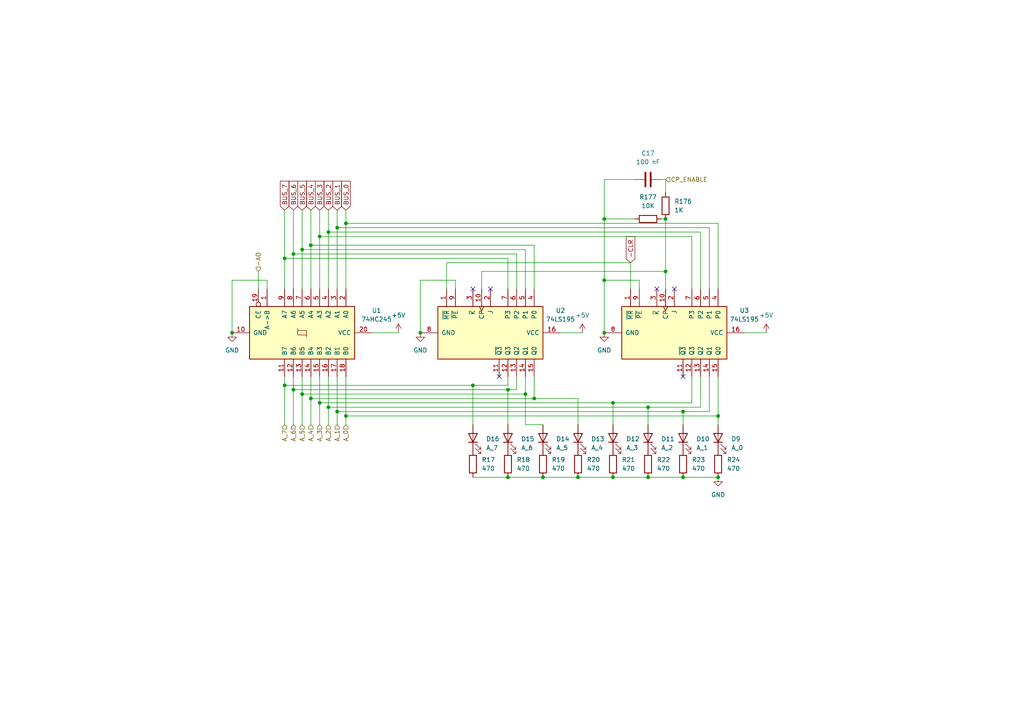
<source format=kicad_sch>
(kicad_sch (version 20230121) (generator eeschema)
  (paper "A4")
  (title_block (title "A-Register") (date "2023-07-12") (rev "1"))
  (lib_symbols
    (symbol "74xx:74HC245" (pin_names (offset 1.016))
      (property "Reference" "U" (at -7.62 16.51 0))
      (property "Value" "74HC245" (at -7.62 -16.51 0))
      (symbol "74HC245_1_0"
        (polyline (pts (xy -0.635 -1.27) (xy -0.635 1.27) (xy 0.635 1.27)))
        (polyline (pts (xy -1.27 -1.27) (xy 0.635 -1.27) (xy 0.635 1.27) (xy 1.27 1.27)))
        (pin input line (at -12.7 -10.16 0) (length 5.08) (name "A->B") (number "1"))
        (pin power_in line (at 0 -20.32 90) (length 5.08) (name "GND") (number "10"))
        (pin tri_state line (at 12.7 -5.08 180) (length 5.08) (name "B7") (number "11"))
        (pin tri_state line (at 12.7 -2.54 180) (length 5.08) (name "B6") (number "12"))
        (pin tri_state line (at 12.7 0 180) (length 5.08) (name "B5") (number "13"))
        (pin tri_state line (at 12.7 2.54 180) (length 5.08) (name "B4") (number "14"))
        (pin tri_state line (at 12.7 5.08 180) (length 5.08) (name "B3") (number "15"))
        (pin tri_state line (at 12.7 7.62 180) (length 5.08) (name "B2") (number "16"))
        (pin tri_state line (at 12.7 10.16 180) (length 5.08) (name "B1") (number "17"))
        (pin tri_state line (at 12.7 12.7 180) (length 5.08) (name "B0") (number "18"))
        (pin input inverted (at -12.7 -12.7 0) (length 5.08) (name "CE") (number "19"))
        (pin tri_state line (at -12.7 12.7 0) (length 5.08) (name "A0") (number "2"))
        (pin power_in line (at 0 20.32 270) (length 5.08) (name "VCC") (number "20"))
        (pin tri_state line (at -12.7 10.16 0) (length 5.08) (name "A1") (number "3"))
        (pin tri_state line (at -12.7 7.62 0) (length 5.08) (name "A2") (number "4"))
        (pin tri_state line (at -12.7 5.08 0) (length 5.08) (name "A3") (number "5"))
        (pin tri_state line (at -12.7 2.54 0) (length 5.08) (name "A4") (number "6"))
        (pin tri_state line (at -12.7 0 0) (length 5.08) (name "A5") (number "7"))
        (pin tri_state line (at -12.7 -2.54 0) (length 5.08) (name "A6") (number "8"))
        (pin tri_state line (at -12.7 -5.08 0) (length 5.08) (name "A7") (number "9"))
      )
      (symbol "74HC245_1_1"
        (rectangle (start -7.62 15.24) (end 7.62 -15.24) (stroke (width 0.254)) (fill (type background)))
      )
    )
    (symbol "74xx:74LS195" (pin_names (offset 1.016))
      (property "Reference" "U" (at -7.62 16.51 0))
      (property "Value" "74LS195" (at -7.62 -16.51 0))
      (symbol "74LS195_1_0"
        (pin input line (at -12.7 -12.7 0) (length 5.08) (name "~{MR}") (number "1"))
        (pin input clock (at -12.7 -2.54 0) (length 5.08) (name "CP") (number "10"))
        (pin output line (at 12.7 2.54 180) (length 5.08) (name "~{Q3}") (number "11"))
        (pin output line (at 12.7 5.08 180) (length 5.08) (name "Q3") (number "12"))
        (pin output line (at 12.7 7.62 180) (length 5.08) (name "Q2") (number "13"))
        (pin output line (at 12.7 10.16 180) (length 5.08) (name "Q1") (number "14"))
        (pin output line (at 12.7 12.7 180) (length 5.08) (name "Q0") (number "15"))
        (pin power_in line (at 0 20.32 270) (length 5.08) (name "VCC") (number "16"))
        (pin input line (at -12.7 0 0) (length 5.08) (name "J") (number "2"))
        (pin input line (at -12.7 -5.08 0) (length 5.08) (name "~{K}") (number "3"))
        (pin input line (at -12.7 12.7 0) (length 5.08) (name "P0") (number "4"))
        (pin input line (at -12.7 10.16 0) (length 5.08) (name "P1") (number "5"))
        (pin input line (at -12.7 7.62 0) (length 5.08) (name "P2") (number "6"))
        (pin input line (at -12.7 5.08 0) (length 5.08) (name "P3") (number "7"))
        (pin power_in line (at 0 -20.32 90) (length 5.08) (name "GND") (number "8"))
        (pin input line (at -12.7 -10.16 0) (length 5.08) (name "~{PE}") (number "9"))
      )
      (symbol "74LS195_1_1"
        (rectangle (start -7.62 15.24) (end 7.62 -15.24) (stroke (width 0.254)) (fill (type background)))
      )
    )
    (symbol "Device:C" (pin_numbers hide) (pin_names (offset 0.254))
      (property "Reference" "C" (at 0.635 2.54 0))
      (property "Value" "C" (at 0.635 -2.54 0))
      (symbol "C_0_1"
        (polyline (pts (xy -2.032 -0.762) (xy 2.032 -0.762)) (stroke (width 0.508)))
        (polyline (pts (xy -2.032 0.762) (xy 2.032 0.762)) (stroke (width 0.508)))
      )
      (symbol "C_1_1"
        (pin passive line (at 0 3.81 270) (length 2.794) (name "~") (number "1"))
        (pin passive line (at 0 -3.81 90) (length 2.794) (name "~") (number "2"))
      )
    )
    (symbol "Device:LED" (pin_numbers hide) (pin_names (offset 1.016) hide)
      (property "Reference" "D" (at 0 2.54 0))
      (property "Value" "LED" (at 0 -2.54 0))
      (symbol "LED_0_1"
        (polyline (pts (xy -1.27 -1.27) (xy -1.27 1.27)) (stroke (width 0.254)))
        (polyline (pts (xy -1.27 0) (xy 1.27 0)))
        (polyline (pts (xy 1.27 -1.27) (xy 1.27 1.27) (xy -1.27 0) (xy 1.27 -1.27)) (stroke (width 0.254)))
        (polyline (pts (xy -3.048 -0.762) (xy -4.572 -2.286) (xy -3.81 -2.286) (xy -4.572 -2.286) (xy -4.572 -1.524)))
        (polyline (pts (xy -1.778 -0.762) (xy -3.302 -2.286) (xy -2.54 -2.286) (xy -3.302 -2.286) (xy -3.302 -1.524)))
      )
      (symbol "LED_1_1"
        (pin passive line (at -3.81 0 0) (length 2.54) (name "K") (number "1"))
        (pin passive line (at 3.81 0 180) (length 2.54) (name "A") (number "2"))
      )
    )
    (symbol "Device:R" (pin_numbers hide) (pin_names (offset 0))
      (property "Reference" "R" (at 2.032 0 90))
      (property "Value" "R" (at 0 0 90))
      (symbol "R_0_1"
        (rectangle (start -1.016 -2.54) (end 1.016 2.54) (stroke (width 0.254)))
      )
      (symbol "R_1_1"
        (pin passive line (at 0 3.81 270) (length 1.27) (name "~") (number "1"))
        (pin passive line (at 0 -3.81 90) (length 1.27) (name "~") (number "2"))
      )
    )
    (symbol "power:+5V" (power) (pin_names (offset 0))
      (property "Value" "+5V" (at 0 3.556 0))
      (symbol "+5V_0_1"
        (polyline (pts (xy -0.762 1.27) (xy 0 2.54)))
        (polyline (pts (xy 0 0) (xy 0 2.54)))
        (polyline (pts (xy 0 2.54) (xy 0.762 1.27)))
      )
      (symbol "+5V_1_1"
        (pin power_in line (at 0 0 90) (length 0) hide (name "+5V") (number "1"))
      )
    )
    (symbol "power:GND" (power) (pin_names (offset 0))
      (property "Value" "GND" (at 0 -3.81 0))
      (symbol "GND_0_1"
        (polyline (pts (xy 0 0) (xy 0 -1.27) (xy 1.27 -1.27) (xy 0 -2.54) (xy -1.27 -1.27) (xy 0 -1.27)))
      )
      (symbol "GND_1_1"
        (pin power_in line (at 0 0 270) (length 0) hide (name "GND") (number "1"))
      )
    )
  )
  (junction (at 90.17 115.57))
  (junction (at 193.04 63.5))
  (junction (at 97.79 66.04))
  (junction (at 121.92 96.52))
  (junction (at 175.26 81.28))
  (junction (at 97.79 119.38))
  (junction (at 92.71 116.84))
  (junction (at 198.12 138.43))
  (junction (at 177.8 116.84))
  (junction (at 157.48 138.43))
  (junction (at 137.16 111.76))
  (junction (at 154.94 115.57))
  (junction (at 198.12 119.38))
  (junction (at 92.71 68.58))
  (junction (at 193.04 78.74))
  (junction (at 208.28 138.43))
  (junction (at 152.4 114.3))
  (junction (at 85.09 113.03))
  (junction (at 82.55 111.76))
  (junction (at 147.32 138.43))
  (junction (at 167.64 138.43))
  (junction (at 82.55 74.93))
  (junction (at 87.63 114.3))
  (junction (at 187.96 138.43))
  (junction (at 85.09 73.66))
  (junction (at 175.26 63.5))
  (junction (at 147.32 113.03))
  (junction (at 95.25 67.31))
  (junction (at 87.63 72.39))
  (junction (at 187.96 118.11))
  (junction (at 100.33 120.65))
  (junction (at 177.8 138.43))
  (junction (at 67.31 96.52))
  (junction (at 208.28 120.65))
  (junction (at 90.17 71.12))
  (junction (at 95.25 118.11))
  (junction (at 175.26 96.52))
  (junction (at 100.33 64.77))
  (no_connect (at 198.12 109.22))
  (no_connect (at 142.24 83.82))
  (no_connect (at 195.58 83.82))
  (no_connect (at 137.16 83.82))
  (no_connect (at 144.78 109.22))
  (no_connect (at 190.5 83.82))
  (wire (pts (xy 74.93 78.74) (xy 74.93 83.82)))
  (wire (pts (xy 97.79 83.82) (xy 97.79 66.04)))
  (wire (pts (xy 203.2 67.31) (xy 203.2 83.82)))
  (wire (pts (xy 184.15 52.07) (xy 175.26 52.07)))
  (wire (pts (xy 185.42 83.82) (xy 185.42 81.28)))
  (wire (pts (xy 147.32 138.43) (xy 157.48 138.43)))
  (wire (pts (xy 132.08 83.82) (xy 132.08 81.28)))
  (wire (pts (xy 97.79 119.38) (xy 97.79 123.19)))
  (wire (pts (xy 147.32 83.82) (xy 147.32 74.93)))
  (wire (pts (xy 147.32 109.22) (xy 147.32 111.76)))
  (wire (pts (xy 95.25 60.96) (xy 95.25 67.31)))
  (wire (pts (xy 85.09 123.19) (xy 85.09 113.03)))
  (wire (pts (xy 92.71 109.22) (xy 92.71 116.84)))
  (wire (pts (xy 149.86 83.82) (xy 149.86 73.66)))
  (wire (pts (xy 92.71 116.84) (xy 92.71 123.19)))
  (wire (pts (xy 152.4 109.22) (xy 152.4 114.3)))
  (wire (pts (xy 175.26 63.5) (xy 184.15 63.5)))
  (wire (pts (xy 87.63 60.96) (xy 87.63 72.39)))
  (wire (pts (xy 90.17 115.57) (xy 90.17 109.22)))
  (wire (pts (xy 149.86 73.66) (xy 85.09 73.66)))
  (wire (pts (xy 137.16 138.43) (xy 147.32 138.43)))
  (wire (pts (xy 95.25 67.31) (xy 203.2 67.31)))
  (wire (pts (xy 137.16 111.76) (xy 147.32 111.76)))
  (wire (pts (xy 185.42 81.28) (xy 175.26 81.28)))
  (wire (pts (xy 193.04 52.07) (xy 193.04 55.88)))
  (wire (pts (xy 200.66 116.84) (xy 200.66 109.22)))
  (wire (pts (xy 152.4 114.3) (xy 87.63 114.3)))
  (wire (pts (xy 147.32 113.03) (xy 147.32 123.19)))
  (wire (pts (xy 115.57 96.52) (xy 107.95 96.52)))
  (wire (pts (xy 187.96 138.43) (xy 198.12 138.43)))
  (wire (pts (xy 193.04 63.5) (xy 193.04 78.74)))
  (wire (pts (xy 157.48 138.43) (xy 167.64 138.43)))
  (wire (pts (xy 149.86 109.22) (xy 149.86 113.03)))
  (wire (pts (xy 82.55 111.76) (xy 137.16 111.76)))
  (wire (pts (xy 154.94 71.12) (xy 90.17 71.12)))
  (wire (pts (xy 157.48 123.19) (xy 152.4 123.19)))
  (wire (pts (xy 82.55 74.93) (xy 82.55 83.82)))
  (wire (pts (xy 182.88 76.2) (xy 129.54 76.2)))
  (wire (pts (xy 97.79 66.04) (xy 205.74 66.04)))
  (wire (pts (xy 152.4 123.19) (xy 152.4 114.3)))
  (wire (pts (xy 139.7 78.74) (xy 139.7 83.82)))
  (wire (pts (xy 177.8 116.84) (xy 200.66 116.84)))
  (wire (pts (xy 100.33 64.77) (xy 208.28 64.77)))
  (wire (pts (xy 147.32 74.93) (xy 82.55 74.93)))
  (wire (pts (xy 154.94 109.22) (xy 154.94 115.57)))
  (wire (pts (xy 97.79 109.22) (xy 97.79 119.38)))
  (wire (pts (xy 203.2 118.11) (xy 203.2 109.22)))
  (wire (pts (xy 100.33 109.22) (xy 100.33 120.65)))
  (wire (pts (xy 82.55 111.76) (xy 82.55 109.22)))
  (wire (pts (xy 95.25 109.22) (xy 95.25 118.11)))
  (wire (pts (xy 200.66 68.58) (xy 200.66 83.82)))
  (wire (pts (xy 132.08 81.28) (xy 121.92 81.28)))
  (wire (pts (xy 100.33 120.65) (xy 208.28 120.65)))
  (wire (pts (xy 90.17 60.96) (xy 90.17 71.12)))
  (wire (pts (xy 208.28 120.65) (xy 208.28 109.22)))
  (wire (pts (xy 175.26 52.07) (xy 175.26 63.5)))
  (wire (pts (xy 208.28 120.65) (xy 208.28 123.19)))
  (wire (pts (xy 100.33 83.82) (xy 100.33 64.77)))
  (wire (pts (xy 92.71 68.58) (xy 200.66 68.58)))
  (wire (pts (xy 95.25 118.11) (xy 187.96 118.11)))
  (wire (pts (xy 191.77 63.5) (xy 193.04 63.5)))
  (wire (pts (xy 85.09 73.66) (xy 85.09 83.82)))
  (wire (pts (xy 82.55 60.96) (xy 82.55 74.93)))
  (wire (pts (xy 97.79 60.96) (xy 97.79 66.04)))
  (wire (pts (xy 167.64 123.19) (xy 167.64 115.57)))
  (wire (pts (xy 87.63 114.3) (xy 87.63 109.22)))
  (wire (pts (xy 175.26 81.28) (xy 175.26 96.52)))
  (wire (pts (xy 198.12 119.38) (xy 198.12 123.19)))
  (wire (pts (xy 154.94 83.82) (xy 154.94 71.12)))
  (wire (pts (xy 90.17 115.57) (xy 90.17 123.19)))
  (wire (pts (xy 222.25 96.52) (xy 215.9 96.52)))
  (wire (pts (xy 77.47 81.28) (xy 67.31 81.28)))
  (wire (pts (xy 193.04 78.74) (xy 139.7 78.74)))
  (wire (pts (xy 182.88 76.2) (xy 182.88 83.82)))
  (wire (pts (xy 187.96 118.11) (xy 203.2 118.11)))
  (wire (pts (xy 147.32 113.03) (xy 149.86 113.03)))
  (wire (pts (xy 177.8 138.43) (xy 187.96 138.43)))
  (wire (pts (xy 121.92 81.28) (xy 121.92 96.52)))
  (wire (pts (xy 167.64 115.57) (xy 154.94 115.57)))
  (wire (pts (xy 205.74 66.04) (xy 205.74 83.82)))
  (wire (pts (xy 82.55 123.19) (xy 82.55 111.76)))
  (wire (pts (xy 87.63 72.39) (xy 87.63 83.82)))
  (wire (pts (xy 175.26 63.5) (xy 175.26 81.28)))
  (wire (pts (xy 100.33 60.96) (xy 100.33 64.77)))
  (wire (pts (xy 85.09 60.96) (xy 85.09 73.66)))
  (wire (pts (xy 198.12 138.43) (xy 208.28 138.43)))
  (wire (pts (xy 198.12 119.38) (xy 205.74 119.38)))
  (wire (pts (xy 154.94 115.57) (xy 90.17 115.57)))
  (wire (pts (xy 208.28 64.77) (xy 208.28 83.82)))
  (wire (pts (xy 193.04 52.07) (xy 191.77 52.07)))
  (wire (pts (xy 90.17 71.12) (xy 90.17 83.82)))
  (wire (pts (xy 205.74 119.38) (xy 205.74 109.22)))
  (wire (pts (xy 167.64 138.43) (xy 177.8 138.43)))
  (wire (pts (xy 92.71 83.82) (xy 92.71 68.58)))
  (wire (pts (xy 100.33 120.65) (xy 100.33 123.19)))
  (wire (pts (xy 137.16 111.76) (xy 137.16 123.19)))
  (wire (pts (xy 152.4 83.82) (xy 152.4 72.39)))
  (wire (pts (xy 95.25 83.82) (xy 95.25 67.31)))
  (wire (pts (xy 129.54 76.2) (xy 129.54 83.82)))
  (wire (pts (xy 193.04 83.82) (xy 193.04 78.74)))
  (wire (pts (xy 97.79 119.38) (xy 198.12 119.38)))
  (wire (pts (xy 92.71 60.96) (xy 92.71 68.58)))
  (wire (pts (xy 67.31 81.28) (xy 67.31 96.52)))
  (wire (pts (xy 187.96 123.19) (xy 187.96 118.11)))
  (wire (pts (xy 85.09 113.03) (xy 147.32 113.03)))
  (wire (pts (xy 92.71 116.84) (xy 177.8 116.84)))
  (wire (pts (xy 85.09 113.03) (xy 85.09 109.22)))
  (wire (pts (xy 95.25 123.19) (xy 95.25 118.11)))
  (wire (pts (xy 77.47 83.82) (xy 77.47 81.28)))
  (wire (pts (xy 177.8 123.19) (xy 177.8 116.84)))
  (wire (pts (xy 168.91 96.52) (xy 162.56 96.52)))
  (wire (pts (xy 152.4 72.39) (xy 87.63 72.39)))
  (wire (pts (xy 87.63 114.3) (xy 87.63 123.19)))
  (global_label "BUS_2" (shape input) (at 95.25 60.96 90) (property "Intersheetrefs" "${INTERSHEET_REFS}" (effects hide)))
  (global_label "BUS_3" (shape input) (at 92.71 60.96 90) (property "Intersheetrefs" "${INTERSHEET_REFS}" (effects hide)))
  (global_label "BUS_4" (shape input) (at 90.17 60.96 90) (property "Intersheetrefs" "${INTERSHEET_REFS}" (effects hide)))
  (global_label "-CLR" (shape input) (at 182.88 76.2 90) (property "Intersheetrefs" "${INTERSHEET_REFS}" (effects hide)))
  (global_label "BUS_0" (shape input) (at 100.33 60.96 90) (property "Intersheetrefs" "${INTERSHEET_REFS}" (effects hide)))
  (global_label "BUS_1" (shape input) (at 97.79 60.96 90) (property "Intersheetrefs" "${INTERSHEET_REFS}" (effects hide)))
  (global_label "BUS_5" (shape input) (at 87.63 60.96 90) (property "Intersheetrefs" "${INTERSHEET_REFS}" (effects hide)))
  (global_label "BUS_7" (shape input) (at 82.55 60.96 90) (property "Intersheetrefs" "${INTERSHEET_REFS}" (effects hide)))
  (global_label "BUS_6" (shape input) (at 85.09 60.96 90) (property "Intersheetrefs" "${INTERSHEET_REFS}" (effects hide)))
  (hierarchical_label "CP_ENABLE" (shape input) (at 193.04 52.07 0))
  (hierarchical_label "A_6" (shape input) (at 85.09 123.19 270))
  (hierarchical_label "A_1" (shape input) (at 97.79 123.19 270))
  (hierarchical_label "A_4" (shape input) (at 90.17 123.19 270))
  (hierarchical_label "A_0" (shape input) (at 100.33 123.19 270))
  (hierarchical_label "A_7" (shape input) (at 82.55 123.19 270))
  (hierarchical_label "A_3" (shape input) (at 92.71 123.19 270))
  (hierarchical_label "A_5" (shape input) (at 87.63 123.19 270))
  (hierarchical_label "A_2" (shape input) (at 95.25 123.19 270))
  (hierarchical_label "-AO" (shape input) (at 74.93 78.74 90))
  (symbol (lib_id "Device:LED") (at 187.96 127 90) (unit 1)
    (property "Reference" "D11" (at 191.77 127.3175 90) (effects (justify right)))
    (property "Value" "A_2" (at 191.77 129.8575 90) (effects (justify right)))
    (property "Footprint" "LED_THT:LED_D3.0mm" (effects hide))
    (instances (project "SAP-Extended" (path "" (reference "D11") (unit 1)) (path "" (reference "D22") (unit 1))))
  )
  (symbol (lib_id "Device:R") (at 187.96 63.5 270) (unit 1)
    (property "Reference" "R177" (at 187.96 57.15 90))
    (property "Value" "10K" (at 187.96 59.69 90))
    (property "Footprint" "Resistor_SMD:R_1206_3216Metric_Pad1.30x1.75mm_HandSolder" (effects hide))
  )
  (symbol (lib_id "Device:R") (at 167.64 134.62 0) (unit 1)
    (property "Reference" "R20" (at 170.18 133.35 0) (effects (justify left)))
    (property "Value" "470" (at 170.18 135.89 0) (effects (justify left)))
    (property "Footprint" "Resistor_SMD:R_1206_3216Metric_Pad1.30x1.75mm_HandSolder" (effects hide))
    (instances (project "SAP-Extended" (path "" (reference "R20") (unit 1)) (path "" (reference "R28") (unit 1))))
  )
  (symbol (lib_id "Device:R") (at 187.96 134.62 0) (unit 1)
    (property "Reference" "R22" (at 190.5 133.35 0) (effects (justify left)))
    (property "Value" "470" (at 190.5 135.89 0) (effects (justify left)))
    (property "Footprint" "Resistor_SMD:R_1206_3216Metric_Pad1.30x1.75mm_HandSolder" (effects hide))
    (instances (project "SAP-Extended" (path "" (reference "R22") (unit 1)) (path "" (reference "R30") (unit 1))))
  )
  (symbol (lib_id "Device:LED") (at 198.12 127 90) (unit 1)
    (property "Reference" "D10" (at 201.93 127.3175 90) (effects (justify right)))
    (property "Value" "A_1" (at 201.93 129.8575 90) (effects (justify right)))
    (property "Footprint" "LED_THT:LED_D3.0mm" (effects hide))
    (instances (project "SAP-Extended" (path "" (reference "D10") (unit 1)) (path "" (reference "D23") (unit 1))))
  )
  (symbol (lib_id "power:+5V") (at 168.91 96.52 0) (unit 1)
    (property "Reference" "#PWR01" (effects hide))
    (property "Value" "+5V" (at 168.91 91.44 0))
  )
  (symbol (lib_id "Device:R") (at 198.12 134.62 0) (unit 1)
    (property "Reference" "R23" (at 200.66 133.35 0) (effects (justify left)))
    (property "Value" "470" (at 200.66 135.89 0) (effects (justify left)))
    (property "Footprint" "Resistor_SMD:R_1206_3216Metric_Pad1.30x1.75mm_HandSolder" (effects hide))
    (instances (project "SAP-Extended" (path "" (reference "R23") (unit 1)) (path "" (reference "R31") (unit 1))))
  )
  (symbol (lib_id "Device:LED") (at 147.32 127 90) (unit 1)
    (property "Reference" "D15" (at 151.13 127.3175 90) (effects (justify right)))
    (property "Value" "A_6" (at 151.13 129.8575 90) (effects (justify right)))
    (property "Footprint" "LED_THT:LED_D3.0mm" (effects hide))
    (instances (project "SAP-Extended" (path "" (reference "D15") (unit 1)) (path "" (reference "D18") (unit 1))))
  )
  (symbol (lib_id "Device:R") (at 137.16 134.62 0) (unit 1)
    (property "Reference" "R17" (at 139.7 133.35 0) (effects (justify left)))
    (property "Value" "470" (at 139.7 135.89 0) (effects (justify left)))
    (property "Footprint" "Resistor_SMD:R_1206_3216Metric_Pad1.30x1.75mm_HandSolder" (effects hide))
    (instances (project "SAP-Extended" (path "" (reference "R17") (unit 1)) (path "" (reference "R25") (unit 1))))
  )
  (symbol (lib_id "Device:LED") (at 177.8 127 90) (unit 1)
    (property "Reference" "D12" (at 181.61 127.3175 90) (effects (justify right)))
    (property "Value" "A_3" (at 181.61 129.8575 90) (effects (justify right)))
    (property "Footprint" "LED_THT:LED_D3.0mm" (effects hide))
    (instances (project "SAP-Extended" (path "" (reference "D12") (unit 1)) (path "" (reference "D21") (unit 1))))
  )
  (symbol (lib_id "Device:LED") (at 208.28 127 90) (unit 1)
    (property "Reference" "D9" (at 212.09 127.3175 90) (effects (justify right)))
    (property "Value" "A_0" (at 212.09 129.8575 90) (effects (justify right)))
    (property "Footprint" "LED_THT:LED_D3.0mm" (effects hide))
    (instances (project "SAP-Extended" (path "" (reference "D9") (unit 1)) (path "" (reference "D24") (unit 1))))
  )
  (symbol (lib_id "Device:R") (at 193.04 59.69 0) (unit 1)
    (property "Reference" "R176" (at 195.58 58.42 0) (effects (justify left)))
    (property "Value" "1K" (at 195.58 60.96 0) (effects (justify left)))
    (property "Footprint" "Resistor_SMD:R_1206_3216Metric_Pad1.30x1.75mm_HandSolder" (effects hide))
  )
  (symbol (lib_id "power:GND") (at 208.28 138.43 0) (unit 1)
    (property "Reference" "#PWR022" (effects hide))
    (property "Value" "GND" (at 208.28 143.51 0))
    (instances (project "SAP-Extended" (path "" (reference "#PWR022") (unit 1)) (path "" (reference "#PWR023") (unit 1))))
  )
  (symbol (lib_id "Device:R") (at 208.28 134.62 0) (unit 1)
    (property "Reference" "R24" (at 210.82 133.35 0) (effects (justify left)))
    (property "Value" "470" (at 210.82 135.89 0) (effects (justify left)))
    (property "Footprint" "Resistor_SMD:R_1206_3216Metric_Pad1.30x1.75mm_HandSolder" (effects hide))
    (instances (project "SAP-Extended" (path "" (reference "R24") (unit 1)) (path "" (reference "R32") (unit 1))))
  )
  (symbol (lib_id "Device:R") (at 157.48 134.62 0) (unit 1)
    (property "Reference" "R19" (at 160.02 133.35 0) (effects (justify left)))
    (property "Value" "470" (at 160.02 135.89 0) (effects (justify left)))
    (property "Footprint" "Resistor_SMD:R_1206_3216Metric_Pad1.30x1.75mm_HandSolder" (effects hide))
    (instances (project "SAP-Extended" (path "" (reference "R19") (unit 1)) (path "" (reference "R27") (unit 1))))
  )
  (symbol (lib_id "74xx:74LS195") (at 142.24 96.52 270) (unit 1)
    (property "Reference" "U2" (at 162.56 90.0683 90))
    (property "Value" "74LS195" (at 162.56 92.6083 90))
    (property "Footprint" "Package_DIP:DIP-16_W7.62mm_Socket" (effects hide))
    (property "Datasheet" "http://www.ti.com/lit/gpn/sn74LS195" (effects hide))
  )
  (symbol (lib_id "power:GND") (at 175.26 96.52 0) (unit 1)
    (property "Reference" "#PWR04" (effects hide))
    (property "Value" "GND" (at 175.26 101.6 0))
  )
  (symbol (lib_id "Device:LED") (at 157.48 127 90) (unit 1)
    (property "Reference" "D14" (at 161.29 127.3175 90) (effects (justify right)))
    (property "Value" "A_5" (at 161.29 129.8575 90) (effects (justify right)))
    (property "Footprint" "LED_THT:LED_D3.0mm" (effects hide))
    (instances (project "SAP-Extended" (path "" (reference "D14") (unit 1)) (path "" (reference "D19") (unit 1))))
  )
  (symbol (lib_id "74xx:74HC245") (at 87.63 96.52 270) (unit 1)
    (property "Reference" "U1" (at 109.22 90.0683 90))
    (property "Value" "74HC245" (at 109.22 92.6083 90))
    (property "Footprint" "Package_DIP:DIP-20_W7.62mm_Socket" (effects hide))
    (property "Datasheet" "http://www.ti.com/lit/gpn/sn74HC245" (effects hide))
  )
  (symbol (lib_id "Device:R") (at 147.32 134.62 0) (unit 1)
    (property "Reference" "R18" (at 149.86 133.35 0) (effects (justify left)))
    (property "Value" "470" (at 149.86 135.89 0) (effects (justify left)))
    (property "Footprint" "Resistor_SMD:R_1206_3216Metric_Pad1.30x1.75mm_HandSolder" (effects hide))
    (instances (project "SAP-Extended" (path "" (reference "R18") (unit 1)) (path "" (reference "R26") (unit 1))))
  )
  (symbol (lib_id "Device:LED") (at 137.16 127 90) (unit 1)
    (property "Reference" "D16" (at 140.97 127.3175 90) (effects (justify right)))
    (property "Value" "A_7" (at 140.97 129.8575 90) (effects (justify right)))
    (property "Footprint" "LED_THT:LED_D3.0mm" (effects hide))
    (instances (project "SAP-Extended" (path "" (reference "D16") (unit 1)) (path "" (reference "D17") (unit 1))))
  )
  (symbol (lib_id "Device:R") (at 177.8 134.62 0) (unit 1)
    (property "Reference" "R21" (at 180.34 133.35 0) (effects (justify left)))
    (property "Value" "470" (at 180.34 135.89 0) (effects (justify left)))
    (property "Footprint" "Resistor_SMD:R_1206_3216Metric_Pad1.30x1.75mm_HandSolder" (effects hide))
    (instances (project "SAP-Extended" (path "" (reference "R21") (unit 1)) (path "" (reference "R29") (unit 1))))
  )
  (symbol (lib_id "power:+5V") (at 115.57 96.52 0) (unit 1)
    (property "Reference" "#PWR02" (effects hide))
    (property "Value" "+5V" (at 115.57 91.44 0))
  )
  (symbol (lib_id "Device:C") (at 187.96 52.07 270) (unit 1)
    (property "Reference" "C17" (at 187.96 44.45 90))
    (property "Value" "100 nF" (at 187.96 46.99 90))
    (property "Footprint" "Resistor_SMD:R_1206_3216Metric_Pad1.30x1.75mm_HandSolder" (effects hide))
  )
  (symbol (lib_id "power:GND") (at 121.92 96.52 0) (unit 1)
    (property "Reference" "#PWR05" (effects hide))
    (property "Value" "GND" (at 121.92 101.6 0))
  )
  (symbol (lib_id "Device:LED") (at 167.64 127 90) (unit 1)
    (property "Reference" "D13" (at 171.45 127.3175 90) (effects (justify right)))
    (property "Value" "A_4" (at 171.45 129.8575 90) (effects (justify right)))
    (property "Footprint" "LED_THT:LED_D3.0mm" (effects hide))
    (instances (project "SAP-Extended" (path "" (reference "D13") (unit 1)) (path "" (reference "D20") (unit 1))))
  )
  (symbol (lib_id "power:GND") (at 67.31 96.52 0) (unit 1)
    (property "Reference" "#PWR06" (effects hide))
    (property "Value" "GND" (at 67.31 101.6 0))
  )
  (symbol (lib_id "74xx:74LS195") (at 195.58 96.52 270) (unit 1)
    (property "Reference" "U3" (at 215.9 90.0683 90))
    (property "Value" "74LS195" (at 215.9 92.6083 90))
    (property "Footprint" "Package_DIP:DIP-16_W7.62mm_Socket" (effects hide))
    (property "Datasheet" "http://www.ti.com/lit/gpn/sn74LS195" (effects hide))
  )
  (symbol (lib_id "power:+5V") (at 222.25 96.52 0) (unit 1)
    (property "Reference" "#PWR03" (effects hide))
    (property "Value" "+5V" (at 222.25 91.44 0))
  )
)
</source>
